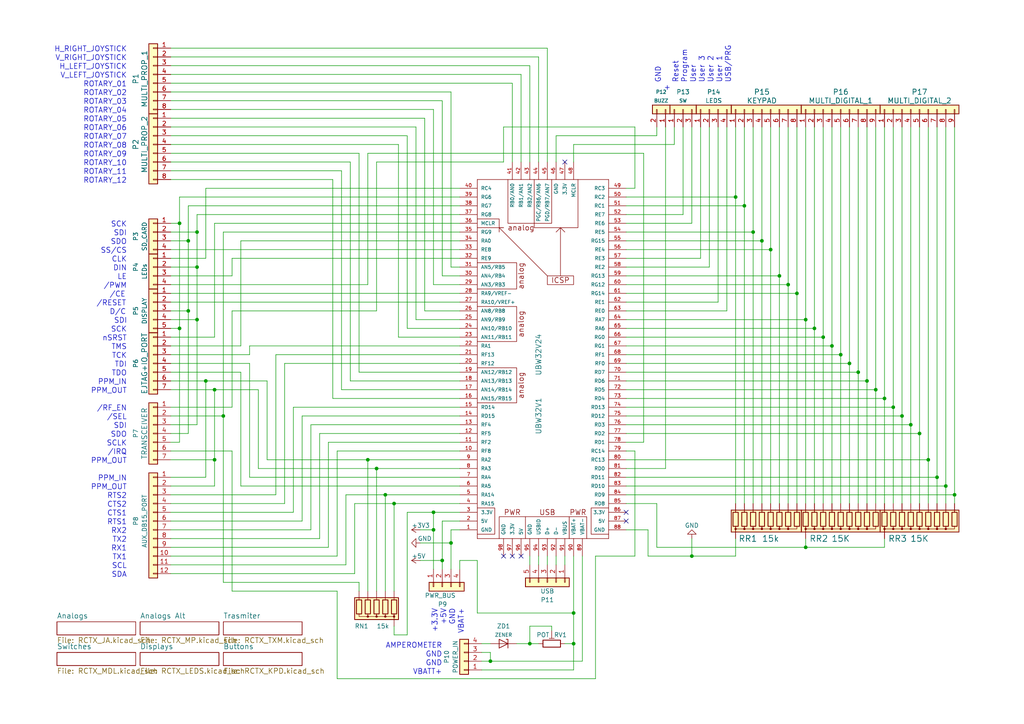
<source format=kicad_sch>
(kicad_sch (version 20220404) (generator eeschema)
  (paper "A4")
  (title_block (title "Remote Control Transmitter") (date "2020-04-15"))
  (junction (at 276.86 143.51))
  (junction (at 125.73 148.59))
  (junction (at 261.62 120.65))
  (junction (at 111.76 143.51))
  (junction (at 271.78 138.43))
  (junction (at 231.14 85.09))
  (junction (at 57.15 67.31))
  (junction (at 130.81 157.48))
  (junction (at 153.67 186.69))
  (junction (at 264.16 123.19))
  (junction (at 233.68 92.71))
  (junction (at 64.77 120.65))
  (junction (at 220.98 69.85))
  (junction (at 243.84 102.87))
  (junction (at 269.24 133.35))
  (junction (at 259.08 118.11))
  (junction (at 228.6 82.55))
  (junction (at 238.76 97.79))
  (junction (at 54.61 90.17))
  (junction (at 54.61 69.85))
  (junction (at 57.15 92.71))
  (junction (at 226.06 80.01))
  (junction (at 236.22 95.25))
  (junction (at 246.38 105.41))
  (junction (at 274.32 140.97))
  (junction (at 215.9 59.69))
  (junction (at 106.68 133.35))
  (junction (at 59.69 110.49))
  (junction (at 241.3 100.33))
  (junction (at 166.37 186.69))
  (junction (at 52.07 95.25))
  (junction (at 218.44 67.31))
  (junction (at 248.92 107.95))
  (junction (at 166.37 177.8))
  (junction (at 52.07 64.77))
  (junction (at 142.24 191.77))
  (junction (at 114.3 146.05))
  (junction (at 213.36 57.15))
  (junction (at 125.73 153.67))
  (junction (at 251.46 110.49))
  (junction (at 266.7 125.73))
  (junction (at 57.15 77.47))
  (junction (at 223.52 72.39))
  (junction (at 128.27 162.56))
  (junction (at 62.23 113.03))
  (junction (at 109.22 135.89))
  (junction (at 254 113.03))
  (junction (at 256.54 115.57))
  (junction (at 200.66 161.29))
  (junction (at 233.68 158.75))
  (junction (at 62.23 133.35))
  (no_connect (at 181.61 148.59))
  (no_connect (at 148.59 161.29))
  (no_connect (at 163.83 46.99))
  (no_connect (at 181.61 151.13))
  (no_connect (at 151.13 161.29))
  (no_connect (at 146.05 161.29))
  (wire (pts (xy 128.27 80.01) (xy 128.27 29.21)))
  (wire (pts (xy 181.61 135.89) (xy 193.04 135.89)))
  (wire (pts (xy 96.52 115.57) (xy 133.35 115.57)))
  (wire (pts (xy 49.53 21.59) (xy 151.13 21.59)))
  (wire (pts (xy 254 113.03) (xy 254 146.05)))
  (wire (pts (xy 226.06 36.83) (xy 226.06 80.01)))
  (wire (pts (xy 226.06 80.01) (xy 226.06 146.05)))
  (wire (pts (xy 114.3 181.61) (xy 114.3 184.15)))
  (wire (pts (xy 114.3 184.15) (xy 118.11 184.15)))
  (wire (pts (xy 118.11 184.15) (xy 118.11 148.59)))
  (wire (pts (xy 49.53 52.07) (xy 96.52 52.07)))
  (wire (pts (xy 114.3 146.05) (xy 133.35 146.05)))
  (wire (pts (xy 85.09 148.59) (xy 85.09 118.11)))
  (wire (pts (xy 77.47 133.35) (xy 106.68 133.35)))
  (wire (pts (xy 213.36 156.21) (xy 213.36 161.29)))
  (wire (pts (xy 223.52 36.83) (xy 223.52 72.39)))
  (wire (pts (xy 181.61 62.23) (xy 198.12 62.23)))
  (wire (pts (xy 181.61 102.87) (xy 243.84 102.87)))
  (wire (pts (xy 123.19 90.17) (xy 133.35 90.17)))
  (wire (pts (xy 118.11 39.37) (xy 118.11 95.25)))
  (wire (pts (xy 49.53 39.37) (xy 118.11 39.37)))
  (wire (pts (xy 241.3 36.83) (xy 241.3 100.33)))
  (wire (pts (xy 181.61 87.63) (xy 208.28 87.63)))
  (wire (pts (xy 121.92 157.48) (xy 130.81 157.48)))
  (wire (pts (xy 181.61 80.01) (xy 226.06 80.01)))
  (wire (pts (xy 49.53 92.71) (xy 57.15 92.71)))
  (wire (pts (xy 128.27 151.13) (xy 128.27 162.56)))
  (wire (pts (xy 181.61 143.51) (xy 276.86 143.51)))
  (wire (pts (xy 200.66 156.21) (xy 200.66 161.29)))
  (wire (pts (xy 114.3 171.45) (xy 114.3 146.05)))
  (wire (pts (xy 90.17 153.67) (xy 90.17 123.19)))
  (wire (pts (xy 215.9 59.69) (xy 215.9 146.05)))
  (wire (pts (xy 97.79 130.81) (xy 133.35 130.81)))
  (wire (pts (xy 130.81 157.48) (xy 130.81 165.1)))
  (wire (pts (xy 54.61 125.73) (xy 49.53 125.73)))
  (wire (pts (xy 49.53 74.93) (xy 59.69 74.93)))
  (wire (pts (xy 161.29 39.37) (xy 161.29 46.99)))
  (wire (pts (xy 90.17 123.19) (xy 133.35 123.19)))
  (wire (pts (xy 210.82 90.17) (xy 210.82 36.83)))
  (wire (pts (xy 95.25 158.75) (xy 95.25 128.27)))
  (wire (pts (xy 166.37 194.31) (xy 166.37 186.69)))
  (wire (pts (xy 181.61 107.95) (xy 248.92 107.95)))
  (wire (pts (xy 123.19 34.29) (xy 123.19 90.17)))
  (wire (pts (xy 62.23 64.77) (xy 62.23 97.79)))
  (wire (pts (xy 168.91 191.77) (xy 142.24 191.77)))
  (wire (pts (xy 181.61 128.27) (xy 186.69 128.27)))
  (wire (pts (xy 128.27 162.56) (xy 128.27 165.1)))
  (wire (pts (xy 130.81 77.47) (xy 133.35 77.47)))
  (wire (pts (xy 49.53 31.75) (xy 125.73 31.75)))
  (wire (pts (xy 49.53 100.33) (xy 69.85 100.33)))
  (wire (pts (xy 49.53 151.13) (xy 87.63 151.13)))
  (wire (pts (xy 97.79 171.45) (xy 67.31 171.45)))
  (wire (pts (xy 49.53 153.67) (xy 90.17 153.67)))
  (wire (pts (xy 200.66 161.29) (xy 187.96 161.29)))
  (wire (pts (xy 106.68 171.45) (xy 106.68 133.35)))
  (wire (pts (xy 139.7 189.23) (xy 142.24 189.23)))
  (wire (pts (xy 69.85 69.85) (xy 133.35 69.85)))
  (wire (pts (xy 101.6 110.49) (xy 133.35 110.49)))
  (wire (pts (xy 99.06 49.53) (xy 99.06 113.03)))
  (wire (pts (xy 130.81 153.67) (xy 130.81 157.48)))
  (wire (pts (xy 261.62 120.65) (xy 261.62 146.05)))
  (wire (pts (xy 181.61 92.71) (xy 233.68 92.71)))
  (wire (pts (xy 59.69 138.43) (xy 59.69 110.49)))
  (wire (pts (xy 104.14 168.91) (xy 64.77 168.91)))
  (wire (pts (xy 92.71 156.21) (xy 92.71 125.73)))
  (wire (pts (xy 138.43 177.8) (xy 166.37 177.8)))
  (wire (pts (xy 49.53 16.51) (xy 156.21 16.51)))
  (wire (pts (xy 77.47 133.35) (xy 77.47 110.49)))
  (wire (pts (xy 59.69 54.61) (xy 133.35 54.61)))
  (wire (pts (xy 100.33 163.83) (xy 100.33 143.51)))
  (wire (pts (xy 246.38 105.41) (xy 246.38 146.05)))
  (wire (pts (xy 231.14 36.83) (xy 231.14 85.09)))
  (wire (pts (xy 101.6 46.99) (xy 101.6 110.49)))
  (wire (pts (xy 181.61 74.93) (xy 203.2 74.93)))
  (wire (pts (xy 153.67 161.29) (xy 153.67 163.83)))
  (wire (pts (xy 228.6 36.83) (xy 228.6 82.55)))
  (wire (pts (xy 184.15 130.81) (xy 184.15 161.29)))
  (wire (pts (xy 49.53 69.85) (xy 54.61 69.85)))
  (wire (pts (xy 269.24 133.35) (xy 269.24 146.05)))
  (wire (pts (xy 259.08 118.11) (xy 259.08 146.05)))
  (wire (pts (xy 67.31 90.17) (xy 109.22 90.17)))
  (wire (pts (xy 49.53 156.21) (xy 92.71 156.21)))
  (wire (pts (xy 104.14 44.45) (xy 104.14 107.95)))
  (wire (pts (xy 49.53 158.75) (xy 95.25 158.75)))
  (wire (pts (xy 67.31 74.93) (xy 133.35 74.93)))
  (wire (pts (xy 115.57 41.91) (xy 115.57 97.79)))
  (wire (pts (xy 181.61 140.97) (xy 274.32 140.97)))
  (wire (pts (xy 158.75 161.29) (xy 158.75 163.83)))
  (wire (pts (xy 271.78 36.83) (xy 271.78 138.43)))
  (wire (pts (xy 49.53 77.47) (xy 57.15 77.47)))
  (wire (pts (xy 231.14 85.09) (xy 231.14 146.05)))
  (wire (pts (xy 184.15 36.83) (xy 184.15 54.61)))
  (wire (pts (xy 57.15 77.47) (xy 57.15 92.71)))
  (wire (pts (xy 181.61 118.11) (xy 259.08 118.11)))
  (wire (pts (xy 190.5 36.83) (xy 190.5 39.37)))
  (wire (pts (xy 72.39 100.33) (xy 133.35 100.33)))
  (wire (pts (xy 133.35 138.43) (xy 72.39 138.43)))
  (wire (pts (xy 156.21 186.69) (xy 153.67 186.69)))
  (wire (pts (xy 49.53 49.53) (xy 99.06 49.53)))
  (wire (pts (xy 67.31 80.01) (xy 67.31 74.93)))
  (wire (pts (xy 146.05 36.83) (xy 184.15 36.83)))
  (wire (pts (xy 49.53 67.31) (xy 57.15 67.31)))
  (wire (pts (xy 233.68 92.71) (xy 233.68 146.05)))
  (wire (pts (xy 146.05 46.99) (xy 146.05 36.83)))
  (wire (pts (xy 264.16 123.19) (xy 264.16 146.05)))
  (wire (pts (xy 109.22 171.45) (xy 109.22 135.89)))
  (wire (pts (xy 120.65 92.71) (xy 133.35 92.71)))
  (wire (pts (xy 64.77 67.31) (xy 64.77 120.65)))
  (wire (pts (xy 52.07 95.25) (xy 52.07 128.27)))
  (wire (pts (xy 133.35 162.56) (xy 138.43 162.56)))
  (wire (pts (xy 49.53 113.03) (xy 62.23 113.03)))
  (wire (pts (xy 109.22 135.89) (xy 133.35 135.89)))
  (wire (pts (xy 49.53 130.81) (xy 67.31 130.81)))
  (wire (pts (xy 57.15 92.71) (xy 57.15 123.19)))
  (wire (pts (xy 52.07 95.25) (xy 49.53 95.25)))
  (wire (pts (xy 181.61 115.57) (xy 256.54 115.57)))
  (wire (pts (xy 181.61 85.09) (xy 231.14 85.09)))
  (wire (pts (xy 156.21 161.29) (xy 156.21 163.83)))
  (wire (pts (xy 133.35 151.13) (xy 128.27 151.13)))
  (wire (pts (xy 49.53 133.35) (xy 62.23 133.35)))
  (wire (pts (xy 254 36.83) (xy 254 113.03)))
  (wire (pts (xy 49.53 118.11) (xy 67.31 118.11)))
  (wire (pts (xy 208.28 87.63) (xy 208.28 36.83)))
  (wire (pts (xy 168.91 161.29) (xy 168.91 191.77)))
  (wire (pts (xy 80.01 143.51) (xy 80.01 102.87)))
  (wire (pts (xy 54.61 90.17) (xy 54.61 125.73)))
  (wire (pts (xy 266.7 125.73) (xy 266.7 146.05)))
  (wire (pts (xy 236.22 95.25) (xy 236.22 146.05)))
  (wire (pts (xy 102.87 146.05) (xy 114.3 146.05)))
  (wire (pts (xy 62.23 113.03) (xy 74.93 113.03)))
  (wire (pts (xy 166.37 41.91) (xy 166.37 46.99)))
  (wire (pts (xy 49.53 85.09) (xy 133.35 85.09)))
  (wire (pts (xy 251.46 36.83) (xy 251.46 110.49)))
  (wire (pts (xy 181.61 130.81) (xy 184.15 130.81)))
  (wire (pts (xy 220.98 36.83) (xy 220.98 69.85)))
  (wire (pts (xy 158.75 13.97) (xy 158.75 46.99)))
  (wire (pts (xy 205.74 77.47) (xy 205.74 36.83)))
  (wire (pts (xy 49.53 143.51) (xy 80.01 143.51)))
  (wire (pts (xy 203.2 74.93) (xy 203.2 36.83)))
  (wire (pts (xy 49.53 24.13) (xy 148.59 24.13)))
  (wire (pts (xy 181.61 133.35) (xy 269.24 133.35)))
  (wire (pts (xy 190.5 39.37) (xy 161.29 39.37)))
  (wire (pts (xy 151.13 21.59) (xy 151.13 46.99)))
  (wire (pts (xy 82.55 105.41) (xy 133.35 105.41)))
  (wire (pts (xy 133.35 57.15) (xy 52.07 57.15)))
  (wire (pts (xy 54.61 59.69) (xy 133.35 59.69)))
  (wire (pts (xy 193.04 36.83) (xy 193.04 135.89)))
  (wire (pts (xy 82.55 146.05) (xy 82.55 105.41)))
  (wire (pts (xy 97.79 196.85) (xy 97.79 171.45)))
  (wire (pts (xy 67.31 118.11) (xy 67.31 90.17)))
  (wire (pts (xy 49.53 13.97) (xy 158.75 13.97)))
  (wire (pts (xy 274.32 140.97) (xy 274.32 146.05)))
  (wire (pts (xy 49.53 148.59) (xy 85.09 148.59)))
  (wire (pts (xy 142.24 191.77) (xy 139.7 191.77)))
  (wire (pts (xy 181.61 110.49) (xy 251.46 110.49)))
  (wire (pts (xy 186.69 128.27) (xy 186.69 44.45)))
  (wire (pts (xy 148.59 24.13) (xy 148.59 46.99)))
  (wire (pts (xy 49.53 140.97) (xy 62.23 140.97)))
  (wire (pts (xy 59.69 110.49) (xy 77.47 110.49)))
  (wire (pts (xy 181.61 120.65) (xy 261.62 120.65)))
  (wire (pts (xy 248.92 36.83) (xy 248.92 107.95)))
  (wire (pts (xy 218.44 36.83) (xy 218.44 67.31)))
  (wire (pts (xy 72.39 105.41) (xy 49.53 105.41)))
  (wire (pts (xy 133.35 64.77) (xy 62.23 64.77)))
  (wire (pts (xy 49.53 46.99) (xy 101.6 46.99)))
  (wire (pts (xy 236.22 36.83) (xy 236.22 95.25)))
  (wire (pts (xy 233.68 158.75) (xy 256.54 158.75)))
  (wire (pts (xy 125.73 148.59) (xy 125.73 153.67)))
  (wire (pts (xy 69.85 100.33) (xy 69.85 69.85)))
  (wire (pts (xy 109.22 90.17) (xy 109.22 46.99)))
  (wire (pts (xy 238.76 97.79) (xy 238.76 146.05)))
  (wire (pts (xy 80.01 102.87) (xy 133.35 102.87)))
  (wire (pts (xy 85.09 118.11) (xy 133.35 118.11)))
  (wire (pts (xy 95.25 128.27) (xy 133.35 128.27)))
  (wire (pts (xy 181.61 146.05) (xy 190.5 146.05)))
  (wire (pts (xy 49.53 72.39) (xy 133.35 72.39)))
  (wire (pts (xy 49.53 107.95) (xy 69.85 107.95)))
  (wire (pts (xy 133.35 165.1) (xy 133.35 162.56)))
  (wire (pts (xy 220.98 69.85) (xy 220.98 146.05)))
  (wire (pts (xy 163.83 186.69) (xy 166.37 186.69)))
  (wire (pts (xy 276.86 143.51) (xy 276.86 146.05)))
  (wire (pts (xy 187.96 161.29) (xy 187.96 153.67)))
  (wire (pts (xy 74.93 135.89) (xy 74.93 113.03)))
  (wire (pts (xy 256.54 115.57) (xy 256.54 146.05)))
  (wire (pts (xy 153.67 181.61) (xy 160.02 181.61)))
  (wire (pts (xy 62.23 140.97) (xy 62.23 133.35)))
  (wire (pts (xy 57.15 67.31) (xy 57.15 77.47)))
  (wire (pts (xy 133.35 80.01) (xy 128.27 80.01)))
  (wire (pts (xy 153.67 186.69) (xy 153.67 181.61)))
  (wire (pts (xy 106.68 44.45) (xy 106.68 82.55)))
  (wire (pts (xy 269.24 36.83) (xy 269.24 133.35)))
  (wire (pts (xy 52.07 64.77) (xy 52.07 95.25)))
  (wire (pts (xy 256.54 36.83) (xy 256.54 115.57)))
  (wire (pts (xy 198.12 62.23) (xy 198.12 36.83)))
  (wire (pts (xy 190.5 146.05) (xy 190.5 158.75)))
  (wire (pts (xy 166.37 161.29) (xy 166.37 177.8)))
  (wire (pts (xy 256.54 158.75) (xy 256.54 156.21)))
  (wire (pts (xy 67.31 171.45) (xy 67.31 130.81)))
  (wire (pts (xy 213.36 57.15) (xy 213.36 146.05)))
  (wire (pts (xy 52.07 128.27) (xy 49.53 128.27)))
  (wire (pts (xy 139.7 194.31) (xy 166.37 194.31)))
  (wire (pts (xy 181.61 125.73) (xy 266.7 125.73)))
  (wire (pts (xy 259.08 36.83) (xy 259.08 118.11)))
  (wire (pts (xy 54.61 69.85) (xy 54.61 90.17)))
  (wire (pts (xy 106.68 82.55) (xy 49.53 82.55)))
  (wire (pts (xy 49.53 44.45) (xy 104.14 44.45)))
  (wire (pts (xy 49.53 146.05) (xy 82.55 146.05)))
  (wire (pts (xy 49.53 26.67) (xy 130.81 26.67)))
  (wire (pts (xy 49.53 102.87) (xy 72.39 102.87)))
  (wire (pts (xy 125.73 82.55) (xy 133.35 82.55)))
  (wire (pts (xy 161.29 161.29) (xy 161.29 163.83)))
  (wire (pts (xy 186.69 44.45) (xy 106.68 44.45)))
  (wire (pts (xy 57.15 62.23) (xy 57.15 67.31)))
  (wire (pts (xy 276.86 36.83) (xy 276.86 143.51)))
  (wire (pts (xy 181.61 95.25) (xy 236.22 95.25)))
  (wire (pts (xy 49.53 87.63) (xy 133.35 87.63)))
  (wire (pts (xy 118.11 95.25) (xy 133.35 95.25)))
  (wire (pts (xy 49.53 120.65) (xy 64.77 120.65)))
  (wire (pts (xy 248.92 107.95) (xy 248.92 146.05)))
  (wire (pts (xy 121.92 162.56) (xy 128.27 162.56)))
  (wire (pts (xy 181.61 113.03) (xy 254 113.03)))
  (wire (pts (xy 125.73 31.75) (xy 125.73 82.55)))
  (wire (pts (xy 133.35 62.23) (xy 57.15 62.23)))
  (wire (pts (xy 184.15 161.29) (xy 172.72 161.29)))
  (wire (pts (xy 166.37 41.91) (xy 195.58 41.91)))
  (wire (pts (xy 49.53 41.91) (xy 115.57 41.91)))
  (wire (pts (xy 54.61 59.69) (xy 54.61 69.85)))
  (wire (pts (xy 57.15 123.19) (xy 49.53 123.19)))
  (wire (pts (xy 138.43 162.56) (xy 138.43 177.8)))
  (wire (pts (xy 104.14 107.95) (xy 133.35 107.95)))
  (wire (pts (xy 115.57 97.79) (xy 133.35 97.79)))
  (wire (pts (xy 64.77 120.65) (xy 64.77 168.91)))
  (wire (pts (xy 172.72 196.85) (xy 97.79 196.85)))
  (wire (pts (xy 49.53 64.77) (xy 52.07 64.77)))
  (wire (pts (xy 104.14 171.45) (xy 104.14 168.91)))
  (wire (pts (xy 181.61 64.77) (xy 200.66 64.77)))
  (wire (pts (xy 181.61 77.47) (xy 205.74 77.47)))
  (wire (pts (xy 215.9 36.83) (xy 215.9 59.69)))
  (wire (pts (xy 111.76 171.45) (xy 111.76 143.51)))
  (wire (pts (xy 96.52 52.07) (xy 96.52 115.57)))
  (wire (pts (xy 49.53 34.29) (xy 123.19 34.29)))
  (wire (pts (xy 62.23 133.35) (xy 62.23 113.03)))
  (wire (pts (xy 99.06 113.03) (xy 133.35 113.03)))
  (wire (pts (xy 109.22 46.99) (xy 146.05 46.99)))
  (wire (pts (xy 243.84 36.83) (xy 243.84 102.87)))
  (wire (pts (xy 172.72 161.29) (xy 172.72 196.85)))
  (wire (pts (xy 120.65 36.83) (xy 120.65 92.71)))
  (wire (pts (xy 266.7 36.83) (xy 266.7 125.73)))
  (wire (pts (xy 49.53 163.83) (xy 100.33 163.83)))
  (wire (pts (xy 233.68 158.75) (xy 233.68 156.21)))
  (wire (pts (xy 181.61 82.55) (xy 228.6 82.55)))
  (wire (pts (xy 274.32 36.83) (xy 274.32 140.97)))
  (wire (pts (xy 59.69 74.93) (xy 59.69 54.61)))
  (wire (pts (xy 181.61 100.33) (xy 241.3 100.33)))
  (wire (pts (xy 181.61 138.43) (xy 271.78 138.43)))
  (wire (pts (xy 223.52 72.39) (xy 223.52 146.05)))
  (wire (pts (xy 142.24 189.23) (xy 142.24 191.77)))
  (wire (pts (xy 72.39 102.87) (xy 72.39 100.33)))
  (wire (pts (xy 125.73 153.67) (xy 125.73 165.1)))
  (wire (pts (xy 200.66 64.77) (xy 200.66 36.83)))
  (wire (pts (xy 187.96 153.67) (xy 181.61 153.67)))
  (wire (pts (xy 49.53 166.37) (xy 102.87 166.37)))
  (wire (pts (xy 111.76 143.51) (xy 133.35 143.51)))
  (wire (pts (xy 156.21 16.51) (xy 156.21 46.99)))
  (wire (pts (xy 181.61 90.17) (xy 210.82 90.17)))
  (wire (pts (xy 213.36 161.29) (xy 200.66 161.29)))
  (wire (pts (xy 181.61 67.31) (xy 218.44 67.31)))
  (wire (pts (xy 195.58 41.91) (xy 195.58 36.83)))
  (wire (pts (xy 49.53 29.21) (xy 128.27 29.21)))
  (wire (pts (xy 130.81 26.67) (xy 130.81 77.47)))
  (wire (pts (xy 153.67 186.69) (xy 149.86 186.69)))
  (wire (pts (xy 271.78 138.43) (xy 271.78 146.05)))
  (wire (pts (xy 121.92 153.67) (xy 125.73 153.67)))
  (wire (pts (xy 100.33 143.51) (xy 111.76 143.51)))
  (wire (pts (xy 261.62 36.83) (xy 261.62 120.65)))
  (wire (pts (xy 181.61 57.15) (xy 213.36 57.15)))
  (wire (pts (xy 251.46 110.49) (xy 251.46 146.05)))
  (wire (pts (xy 87.63 120.65) (xy 133.35 120.65)))
  (wire (pts (xy 54.61 90.17) (xy 49.53 90.17)))
  (wire (pts (xy 72.39 138.43) (xy 72.39 105.41)))
  (wire (pts (xy 181.61 72.39) (xy 223.52 72.39)))
  (wire (pts (xy 74.93 135.89) (xy 109.22 135.89)))
  (wire (pts (xy 184.15 54.61) (xy 181.61 54.61)))
  (wire (pts (xy 246.38 36.83) (xy 246.38 105.41)))
  (wire (pts (xy 181.61 97.79) (xy 238.76 97.79)))
  (wire (pts (xy 218.44 67.31) (xy 218.44 146.05)))
  (wire (pts (xy 69.85 107.95) (xy 69.85 140.97)))
  (wire (pts (xy 163.83 161.29) (xy 163.83 163.83)))
  (wire (pts (xy 181.61 69.85) (xy 220.98 69.85)))
  (wire (pts (xy 181.61 123.19) (xy 264.16 123.19)))
  (wire (pts (xy 181.61 59.69) (xy 215.9 59.69)))
  (wire (pts (xy 118.11 148.59) (xy 125.73 148.59)))
  (wire (pts (xy 160.02 181.61) (xy 160.02 182.88)))
  (wire (pts (xy 69.85 140.97) (xy 133.35 140.97)))
  (wire (pts (xy 97.79 161.29) (xy 97.79 130.81)))
  (wire (pts (xy 52.07 64.77) (xy 52.07 57.15)))
  (wire (pts (xy 102.87 166.37) (xy 102.87 146.05)))
  (wire (pts (xy 243.84 102.87) (xy 243.84 146.05)))
  (wire (pts (xy 153.67 19.05) (xy 153.67 46.99)))
  (wire (pts (xy 181.61 105.41) (xy 246.38 105.41)))
  (wire (pts (xy 133.35 148.59) (xy 125.73 148.59)))
  (wire (pts (xy 64.77 67.31) (xy 133.35 67.31)))
  (wire (pts (xy 264.16 36.83) (xy 264.16 123.19)))
  (wire (pts (xy 49.53 36.83) (xy 120.65 36.83)))
  (wire (pts (xy 49.53 19.05) (xy 153.67 19.05)))
  (wire (pts (xy 233.68 36.83) (xy 233.68 92.71)))
  (wire (pts (xy 92.71 125.73) (xy 133.35 125.73)))
  (wire (pts (xy 133.35 153.67) (xy 130.81 153.67)))
  (wire (pts (xy 106.68 133.35) (xy 133.35 133.35)))
  (wire (pts (xy 49.53 138.43) (xy 59.69 138.43)))
  (wire (pts (xy 166.37 177.8) (xy 166.37 186.69)))
  (wire (pts (xy 87.63 151.13) (xy 87.63 120.65)))
  (wire (pts (xy 49.53 161.29) (xy 97.79 161.29)))
  (wire (pts (xy 213.36 36.83) (xy 213.36 57.15)))
  (wire (pts (xy 238.76 36.83) (xy 238.76 97.79)))
  (wire (pts (xy 139.7 186.69) (xy 142.24 186.69)))
  (wire (pts (xy 190.5 158.75) (xy 233.68 158.75)))
  (wire (pts (xy 62.23 97.79) (xy 49.53 97.79)))
  (wire (pts (xy 228.6 82.55) (xy 228.6 146.05)))
  (wire (pts (xy 49.53 110.49) (xy 59.69 110.49)))
  (wire (pts (xy 49.53 80.01) (xy 67.31 80.01)))
  (wire (pts (xy 241.3 100.33) (xy 241.3 146.05)))
  (text "RX2" (at 36.83 154.94 0) (effects (font (size 1.524 1.524)) (justify right bottom)))
  (text "SDI" (at 33.02 93.98 0) (effects (font (size 1.524 1.524)) (justify left bottom)))
  (text "AMPEROMETER" (at 128.27 188.214 0) (effects (font (size 1.524 1.524)) (justify right bottom)))
  (text "RTS1" (at 36.83 152.4 0) (effects (font (size 1.524 1.524)) (justify right bottom)))
  (text "TDO" (at 36.83 109.22 0) (effects (font (size 1.524 1.524)) (justify right bottom)))
  (text "CTS1" (at 36.83 149.86 0) (effects (font (size 1.524 1.524)) (justify right bottom)))
  (text "SCK" (at 36.83 96.52 0) (effects (font (size 1.524 1.524)) (justify right bottom)))
  (text "nSRST" (at 36.83 99.06 0) (effects (font (size 1.524 1.524)) (justify right bottom)))
  (text "SS/CS" (at 36.83 73.66 0) (effects (font (size 1.524 1.524)) (justify right bottom)))
  (text "GND" (at 128.27 190.754 0) (effects (font (size 1.524 1.524)) (justify right bottom)))
  (text "VBAT+" (at 134.62 176.53 90) (effects (font (size 1.524 1.524)) (justify right bottom)))
  (text "PPM_OUT" (at 36.83 134.62 0) (effects (font (size 1.524 1.524)) (justify right bottom)))
  (text "H_RIGHT_JOYSTICK" (at 36.83 15.24 0) (effects (font (size 1.524 1.524)) (justify right bottom)))
  (text "+" (at 194.31 26.67 90) (effects (font (size 1.524 1.524)) (justify left bottom)))
  (text "SDA" (at 36.83 167.64 0) (effects (font (size 1.524 1.524)) (justify right bottom)))
  (text "User 1" (at 209.55 24.13 90) (effects (font (size 1.524 1.524)) (justify left bottom)))
  (text "LE" (at 36.83 81.28 0) (effects (font (size 1.524 1.524)) (justify right bottom)))
  (text "Program" (at 199.39 24.13 90) (effects (font (size 1.524 1.524)) (justify left bottom)))
  (text "TX2" (at 36.83 157.48 0) (effects (font (size 1.524 1.524)) (justify right bottom)))
  (text "/SEL" (at 36.83 121.92 0) (effects (font (size 1.524 1.524)) (justify right bottom)))
  (text "User" (at 201.93 24.13 90) (effects (font (size 1.524 1.524)) (justify left bottom)))
  (text "TDI" (at 36.83 106.68 0) (effects (font (size 1.524 1.524)) (justify right bottom)))
  (text "/RESET" (at 27.94 88.9 0) (effects (font (size 1.524 1.524)) (justify left bottom)))
  (text "SCK" (at 36.83 66.04 0) (effects (font (size 1.524 1.524)) (justify right bottom)))
  (text "/PWM" (at 36.83 83.82 0) (effects (font (size 1.524 1.524)) (justify right bottom)))
  (text "TCK" (at 36.83 104.14 0) (effects (font (size 1.524 1.524)) (justify right bottom)))
  (text "ROTARY_04" (at 36.83 33.02 0) (effects (font (size 1.524 1.524)) (justify right bottom)))
  (text "D/C" (at 31.75 91.44 0) (effects (font (size 1.524 1.524)) (justify left bottom)))
  (text "/CE" (at 31.75 86.36 0) (effects (font (size 1.524 1.524)) (justify left bottom)))
  (text "TX1" (at 36.83 162.56 0) (effects (font (size 1.524 1.524)) (justify right bottom)))
  (text "SCL" (at 36.83 165.1 0) (effects (font (size 1.524 1.524)) (justify right bottom)))
  (text "ROTARY_11" (at 36.83 50.8 0) (effects (font (size 1.524 1.524)) (justify right bottom)))
  (text "V_LEFT_JOYSTICK" (at 36.83 22.86 0) (effects (font (size 1.524 1.524)) (justify right bottom)))
  (text "PPM_OUT" (at 36.83 142.24 0) (effects (font (size 1.524 1.524)) (justify right bottom)))
  (text "ROTARY_01" (at 36.83 25.4 0) (effects (font (size 1.524 1.524)) (justify right bottom)))
  (text "+5V" (at 129.54 176.53 90) (effects (font (size 1.524 1.524)) (justify right bottom)))
  (text "V_RIGHT_JOYSTICK" (at 36.83 17.78 0) (effects (font (size 1.524 1.524)) (justify right bottom)))
  (text "User 2" (at 207.01 24.13 90) (effects (font (size 1.524 1.524)) (justify left bottom)))
  (text "/IRQ" (at 36.83 132.08 0) (effects (font (size 1.524 1.524)) (justify right bottom)))
  (text "ROTARY_09" (at 36.83 45.72 0) (effects (font (size 1.524 1.524)) (justify right bottom)))
  (text "ROTARY_02" (at 36.83 27.94 0) (effects (font (size 1.524 1.524)) (justify right bottom)))
  (text "ROTARY_12" (at 36.83 53.34 0) (effects (font (size 1.524 1.524)) (justify right bottom)))
  (text "RX1" (at 36.83 160.02 0) (effects (font (size 1.524 1.524)) (justify right bottom)))
  (text "ROTARY_03" (at 36.83 30.48 0) (effects (font (size 1.524 1.524)) (justify right bottom)))
  (text "GND" (at 132.08 176.53 90) (effects (font (size 1.524 1.524)) (justify right bottom)))
  (text "PPM_OUT" (at 36.83 114.3 0) (effects (font (size 1.524 1.524)) (justify right bottom)))
  (text "ROTARY_06" (at 36.83 38.1 0) (effects (font (size 1.524 1.524)) (justify right bottom)))
  (text "PPM_IN" (at 36.83 139.7 0) (effects (font (size 1.524 1.524)) (justify right bottom)))
  (text "SDO" (at 36.83 71.12 0) (effects (font (size 1.524 1.524)) (justify right bottom)))
  (text "ROTARY_10" (at 36.83 48.26 0) (effects (font (size 1.524 1.524)) (justify right bottom)))
  (text "DIN" (at 36.83 78.74 0) (effects (font (size 1.524 1.524)) (justify right bottom)))
  (text "VBATT+" (at 128.27 195.834 0) (effects (font (size 1.524 1.524)) (justify right bottom)))
  (text "CTS2" (at 36.83 147.32 0) (effects (font (size 1.524 1.524)) (justify right bottom)))
  (text "USB/PRG" (at 212.09 24.13 90) (effects (font (size 1.524 1.524)) (justify left bottom)))
  (text "RTS2" (at 36.83 144.78 0) (effects (font (size 1.524 1.524)) (justify right bottom)))
  (text "Reset" (at 196.85 24.13 90) (effects (font (size 1.524 1.524)) (justify left bottom)))
  (text "ROTARY_08" (at 36.83 43.18 0) (effects (font (size 1.524 1.524)) (justify right bottom)))
  (text "User 3" (at 204.47 24.13 90) (effects (font (size 1.524 1.524)) (justify left bottom)))
  (text "ROTARY_05" (at 36.83 35.56 0) (effects (font (size 1.524 1.524)) (justify right bottom)))
  (text "SDI" (at 36.83 124.46 0) (effects (font (size 1.524 1.524)) (justify right bottom)))
  (text "PPM_IN" (at 36.83 111.76 0) (effects (font (size 1.524 1.524)) (justify right bottom)))
  (text "SDI" (at 36.83 68.58 0) (effects (font (size 1.524 1.524)) (justify right bottom)))
  (text "H_LEFT_JOYSTICK" (at 36.83 20.32 0) (effects (font (size 1.524 1.524)) (justify right bottom)))
  (text "CLK" (at 36.83 76.2 0) (effects (font (size 1.524 1.524)) (justify right bottom)))
  (text "ROTARY_07" (at 36.83 40.64 0) (effects (font (size 1.524 1.524)) (justify right bottom)))
  (text "SDO" (at 36.83 127 0) (effects (font (size 1.524 1.524)) (justify right bottom)))
  (text "SCLK" (at 36.83 129.54 0) (effects (font (size 1.524 1.524)) (justify right bottom)))
  (text "TMS" (at 36.83 101.6 0) (effects (font (size 1.524 1.524)) (justify right bottom)))
  (text "+3.3V" (at 127 176.53 90) (effects (font (size 1.524 1.524)) (justify right bottom)))
  (text "/RF_EN" (at 36.83 119.38 0) (effects (font (size 1.524 1.524)) (justify right bottom)))
  (text "GND" (at 128.27 193.294 0) (effects (font (size 1.524 1.524)) (justify right bottom)))
  (text "GND" (at 191.77 24.13 90) (effects (font (size 1.524 1.524)) (justify left bottom)))
  (symbol (lib_id "UBW32_v24:UBW32V24") (at 156.21 102.87 0) (unit 1)
    (default_instance (reference "U") (unit 1) (value "") (footprint ""))
    (property "Reference" "UBW32V1" (at 156.21 120.65 90) (effects (font (size 1.524 1.524))))
    (property "Value" "UBW32V24" (at 156.21 102.87 90) (effects (font (size 1.524 1.524))))
    (property "Footprint" "UBW32_v24:UBW32_V24" (effects hide))
    (property "Type" "Female Connector" (effects hide))
    (property "Size A" "40x1" (effects hide))
    (property "Size B" "40x1" (effects hide))
    (property "Size C" "8x1" (effects hide))
    (property "Size USB" "5x1" (effects hide))
    (property "Size Battery" "2x1" (effects hide))
    (property "Size Power" "3x1" (effects hide))
  )
  (symbol (lib_id "RCTX-rescue:POT_TRIM-device") (at 160.02 186.69 270) (mirror x) (unit 1)
    (default_instance (reference "U") (unit 1) (value "") (footprint ""))
    (property "Reference" "RV1" (at 162.56 184.15 90))
    (property "Value" "POT" (at 157.48 184.15 90))
    (property "Footprint" "Potentiometers:Potentiometer_Trimmer_ACP_CA6v_Horizontal" (effects hide))
  )
  (symbol (lib_id "RCTX-rescue:D_Zener-device") (at 146.05 186.69 0) (mirror y) (unit 1)
    (default_instance (reference "U") (unit 1) (value "") (footprint ""))
    (property "Reference" "ZD1" (at 146.05 181.61 0))
    (property "Value" "ZENER" (at 146.05 184.15 0) (effects (font (size 1.016 1.016))))
    (property "Footprint" "Diodes_THT:D_5W_P5.08mm_Vertical_KathodeUp" (effects hide))
  )
  (symbol (lib_id "RCTX-rescue:Conn_01x04-conn") (at 134.62 191.77 180) (unit 1)
    (default_instance (reference "U") (unit 1) (value "") (footprint ""))
    (property "Reference" "P10" (at 129.54 190.5 90))
    (property "Value" "POWER_IN" (at 132.08 190.5 90))
    (property "Footprint" "Connectors_Samtec:SL-104-X-XX_1x04" (effects hide))
  )
  (symbol (lib_id "RCTX-rescue:Conn_01x05-conn") (at 158.75 168.91 270) (unit 1)
    (default_instance (reference "U") (unit 1) (value "") (footprint ""))
    (property "Reference" "P11" (at 158.75 173.99 90))
    (property "Value" "USB" (at 158.75 171.45 90))
    (property "Footprint" "Connectors_Samtec:SL-105-X-XX_1x05" (effects hide))
  )
  (symbol (lib_id "RCTX-rescue:Conn_01x02-conn") (at 193.04 31.75 270) (mirror x) (unit 1)
    (default_instance (reference "U") (unit 1) (value "") (footprint ""))
    (property "Reference" "P12" (at 191.77 26.67 90) (effects (font (size 1.016 1.016))))
    (property "Value" "BUZZ" (at 191.77 29.21 90) (effects (font (size 1.016 1.016))))
    (property "Footprint" "Connectors_Samtec:SL-102-X-XX_1x02" (effects hide))
  )
  (symbol (lib_id "RCTX-rescue:Conn_01x08-conn") (at 220.98 31.75 90) (unit 1)
    (default_instance (reference "U") (unit 1) (value "") (footprint ""))
    (property "Reference" "P15" (at 220.98 26.67 90) (effects (font (size 1.524 1.524))))
    (property "Value" "KEYPAD" (at 220.98 29.21 90) (effects (font (size 1.524 1.524))))
    (property "Footprint" "Connectors_Samtec:SL-108-X-XX_1x08" (effects hide))
  )
  (symbol (lib_id "RCTX-rescue:Conn_01x04-conn") (at 205.74 31.75 90) (unit 1)
    (default_instance (reference "U") (unit 1) (value "") (footprint ""))
    (property "Reference" "P14" (at 207.01 26.67 90))
    (property "Value" "LEDS" (at 207.01 29.21 90))
    (property "Footprint" "Connectors_Samtec:SL-104-X-XX_1x04" (effects hide))
  )
  (symbol (lib_id "RCTX-rescue:Conn_01x03-conn") (at 198.12 31.75 90) (unit 1)
    (default_instance (reference "U") (unit 1) (value "") (footprint ""))
    (property "Reference" "P13" (at 198.12 26.67 90))
    (property "Value" "SW" (at 198.12 29.21 90) (effects (font (size 1.016 1.016))))
    (property "Footprint" "Connectors_Samtec:SL-103-X-XX_1x03" (effects hide))
  )
  (symbol (lib_id "RCTX-rescue:Conn_01x08-conn") (at 44.45 41.91 0) (mirror y) (unit 1)
    (default_instance (reference "U") (unit 1) (value "") (footprint ""))
    (property "Reference" "P2" (at 39.37 41.91 90) (effects (font (size 1.524 1.524))))
    (property "Value" "MULTI_PROP_2" (at 41.91 41.91 90) (effects (font (size 1.524 1.524))))
    (property "Footprint" "Connectors_Samtec:SL-108-X-XX_1x08" (effects hide))
  )
  (symbol (lib_id "RCTX-rescue:Conn_01x04-conn") (at 44.45 67.31 0) (mirror y) (unit 1)
    (default_instance (reference "U") (unit 1) (value "") (footprint ""))
    (property "Reference" "P3" (at 39.37 68.58 90))
    (property "Value" "SD_CARD" (at 41.91 68.58 90))
    (property "Footprint" "Connectors_Samtec:SL-104-X-XX_1x04" (effects hide))
  )
  (symbol (lib_id "RCTX-rescue:Conn_01x08-conn") (at 44.45 21.59 0) (mirror y) (unit 1)
    (default_instance (reference "U") (unit 1) (value "") (footprint ""))
    (property "Reference" "P1" (at 39.37 22.86 90) (effects (font (size 1.524 1.524))))
    (property "Value" "MULTI_PROP_1" (at 41.91 22.86 90) (effects (font (size 1.524 1.524))))
    (property "Footprint" "Connectors_Samtec:SL-108-X-XX_1x08" (effects hide))
  )
  (symbol (lib_id "RCTX-rescue:R_Network09-device") (at 266.7 151.13 0) (mirror x) (unit 1)
    (default_instance (reference "U") (unit 1) (value "") (footprint ""))
    (property "Reference" "RR3" (at 260.35 156.21 0) (effects (font (size 1.778 1.778))))
    (property "Value" "15K" (at 266.7 156.21 0) (effects (font (size 1.778 1.778))))
    (property "Footprint" "Resistors_THT:R_Array_SIP10" (effects hide))
  )
  (symbol (lib_id "RCTX-rescue:R_Network09-device") (at 243.84 151.13 0) (mirror x) (unit 1)
    (default_instance (reference "U") (unit 1) (value "") (footprint ""))
    (property "Reference" "RR2" (at 237.49 156.21 0) (effects (font (size 1.778 1.778))))
    (property "Value" "15K" (at 243.84 156.21 0) (effects (font (size 1.778 1.778))))
    (property "Footprint" "Resistors_THT:R_Array_SIP10" (effects hide))
  )
  (symbol (lib_id "RCTX-rescue:Conn_01x09-conn") (at 243.84 31.75 90) (unit 1)
    (default_instance (reference "U") (unit 1) (value "") (footprint ""))
    (property "Reference" "P16" (at 243.84 26.67 90) (effects (font (size 1.524 1.524))))
    (property "Value" "MULTI_DIGITAL_1" (at 243.84 29.21 90) (effects (font (size 1.524 1.524))))
    (property "Footprint" "Connectors_Samtec:SL-109-X-XX_1x09" (effects hide))
  )
  (symbol (lib_id "RCTX-rescue:Conn_01x09-conn") (at 266.7 31.75 90) (unit 1)
    (default_instance (reference "U") (unit 1) (value "") (footprint ""))
    (property "Reference" "P17" (at 266.7 26.67 90) (effects (font (size 1.524 1.524))))
    (property "Value" "MULTI_DIGITAL_2" (at 266.7 29.21 90) (effects (font (size 1.524 1.524))))
    (property "Footprint" "Connectors_Samtec:SL-109-X-XX_1x09" (effects hide))
  )
  (symbol (lib_id "RCTX-rescue:Conn_01x04-conn") (at 128.27 170.18 90) (mirror x) (unit 1)
    (default_instance (reference "U") (unit 1) (value "") (footprint ""))
    (property "Reference" "P9" (at 127 175.26 90) (effects (justify right)))
    (property "Value" "PWR_BUS" (at 123.19 172.72 90) (effects (justify right)))
    (property "Footprint" "Connectors_Samtec:SL-104-X-XX_1x04" (effects hide))
  )
  (symbol (lib_id "RCTX-rescue:Conn_01x04-conn") (at 44.45 77.47 0) (mirror y) (unit 1)
    (default_instance (reference "U") (unit 1) (value "") (footprint ""))
    (property "Reference" "P4" (at 39.37 77.47 90))
    (property "Value" "LEDs" (at 41.91 78.74 90))
    (property "Footprint" "Connectors_Samtec:SL-104-X-XX_1x04" (effects hide))
  )
  (symbol (lib_id "RCTX-rescue:Conn_01x05-conn") (at 44.45 90.17 0) (mirror y) (unit 1)
    (default_instance (reference "U") (unit 1) (value "") (footprint ""))
    (property "Reference" "P5" (at 39.37 90.17 90))
    (property "Value" "DISPLAY" (at 41.91 90.17 90))
    (property "Footprint" "Connectors_Samtec:SL-106-X-XX_1x06" (effects hide))
  )
  (symbol (lib_id "RCTX-rescue:Conn_01x12-conn") (at 44.45 151.13 0) (mirror y) (unit 1)
    (default_instance (reference "U") (unit 1) (value "") (footprint ""))
    (property "Reference" "P8" (at 39.37 151.13 90))
    (property "Value" "AUX_DB15_PORT" (at 41.91 151.13 90))
    (property "Footprint" "Connectors_Samtec:SL-112-X-XX_1x12" (effects hide))
  )
  (symbol (lib_id "RCTX-rescue:R_Network05-device") (at 109.22 176.53 180) (unit 1)
    (default_instance (reference "U") (unit 1) (value "") (footprint ""))
    (property "Reference" "RN1" (at 102.87 181.61 0) (effects (justify right)))
    (property "Value" "15k" (at 109.22 181.61 0) (effects (justify right)))
    (property "Footprint" "Resistors_THT:R_Array_SIP6" (effects hide))
    (property "Datasheet" "http://www.vishay.com/docs/31509/csc.pdf" (effects hide))
  )
  (symbol (lib_id "RCTX-rescue:R_Network08-device") (at 223.52 151.13 0) (mirror x) (unit 1)
    (default_instance (reference "U") (unit 1) (value "") (footprint ""))
    (property "Reference" "RR1" (at 219.71 156.21 0) (effects (font (size 1.778 1.778)) (justify right)))
    (property "Value" "15k" (at 226.06 156.21 0) (effects (font (size 1.778 1.778)) (justify right)))
    (property "Footprint" "Resistors_THT:R_Array_SIP9" (effects hide))
    (property "Datasheet" "http://www.vishay.com/docs/31509/csc.pdf" (effects hide))
  )
  (symbol (lib_id "RCTX-rescue:GND-power") (at 200.66 156.21 180) (unit 1)
    (default_instance (reference "U") (unit 1) (value "") (footprint ""))
    (property "Reference" "#PWR?" (effects hide))
    (property "Value" "GND" (at 200.66 152.4 0))
  )
  (symbol (lib_id "RCTX-rescue:GND-power") (at 121.92 157.48 270) (unit 1)
    (default_instance (reference "U") (unit 1) (value "") (footprint ""))
    (property "Reference" "#PWR02" (effects hide))
    (property "Value" "GND" (at 123.19 156.21 90))
  )
  (symbol (lib_id "RCTX-rescue:+3.3V-power") (at 121.92 153.67 90) (unit 1)
    (default_instance (reference "U") (unit 1) (value "") (footprint ""))
    (property "Reference" "#PWR01" (effects hide))
    (property "Value" "+3.3V" (at 119.38 152.4 90) (effects (justify right)))
  )
  (symbol (lib_id "RCTX-rescue:+5V-power") (at 121.92 162.56 90) (unit 1)
    (default_instance (reference "U") (unit 1) (value "") (footprint ""))
    (property "Reference" "#PWR03" (effects hide))
    (property "Value" "+5V" (at 119.38 161.29 90) (effects (justify right)))
  )
  (symbol (lib_id "conn:Conn_01x07") (at 44.45 125.73 0) (mirror y) (unit 1)
    (default_instance (reference "U") (unit 1) (value "") (footprint ""))
    (property "Reference" "P7" (at 39.37 125.73 90))
    (property "Value" "TRANSCEIVER" (at 41.91 125.73 90) (effects (font (size 1.524 1.524))))
  )
  (symbol (lib_id "conn:Conn_01x07") (at 44.45 105.41 0) (mirror y) (unit 1)
    (default_instance (reference "U") (unit 1) (value "") (footprint ""))
    (property "Reference" "P6" (at 39.37 105.41 90))
    (property "Value" "EJTAG+IO_PORT" (at 41.91 105.41 90) (effects (font (size 1.524 1.524))))
  )
  (sheet (at 40.64 180.34) (size 22.86 3.81)
    (property "Sheetname" "Analogs Alt" (at 40.64 179.5014 0) (effects (font (size 1.524 1.524)) (justify left bottom)))
    (property "Sheetfile" "RCTX_MP.kicad_sch" (at 40.64 184.8362 0) (effects (font (size 1.524 1.524)) (justify left top)))
  )
  (sheet (at 16.51 189.23) (size 22.86 3.81)
    (property "Sheetname" "Switches" (at 16.51 188.3914 0) (effects (font (size 1.524 1.524)) (justify left bottom)))
    (property "Sheetfile" "RCTX_MDL.kicad_sch" (at 16.51 193.7262 0) (effects (font (size 1.524 1.524)) (justify left top)))
  )
  (sheet (at 64.77 189.23) (size 22.86 3.81)
    (property "Sheetname" "Buttons" (at 64.77 188.3914 0) (effects (font (size 1.524 1.524)) (justify left bottom)))
    (property "Sheetfile" "RCTX_KPD.kicad_sch" (at 64.77 193.7262 0) (effects (font (size 1.524 1.524)) (justify left top)))
  )
  (sheet (at 40.64 189.23) (size 22.86 3.81)
    (property "Sheetname" "Displays" (at 40.64 188.3914 0) (effects (font (size 1.524 1.524)) (justify left bottom)))
    (property "Sheetfile" "RCTX_LEDS.kicad_sch" (at 40.64 193.7262 0) (effects (font (size 1.524 1.524)) (justify left top)))
  )
  (sheet (at 16.51 180.34) (size 22.86 3.81)
    (property "Sheetname" "Analogs" (at 16.51 179.5014 0) (effects (font (size 1.524 1.524)) (justify left bottom)))
    (property "Sheetfile" "RCTX_JA.kicad_sch" (at 16.51 184.8362 0) (effects (font (size 1.524 1.524)) (justify left top)))
  )
  (sheet (at 64.77 180.34) (size 22.86 3.81)
    (property "Sheetname" "Trasmiter" (at 64.77 179.5014 0) (effects (font (size 1.524 1.524)) (justify left bottom)))
    (property "Sheetfile" "RCTX_TXM.kicad_sch" (at 64.77 184.8362 0) (effects (font (size 1.524 1.524)) (justify left top)))
  )
)
</source>
